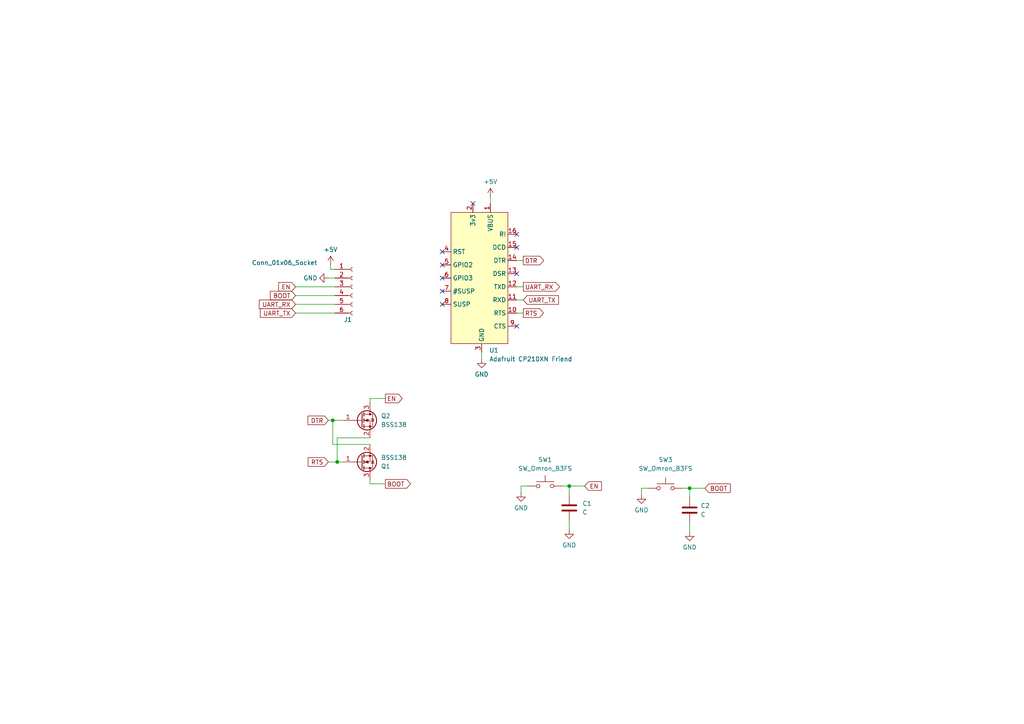
<source format=kicad_sch>
(kicad_sch (version 20230121) (generator eeschema)
  (paper "A4")
  (lib_symbols
    (symbol "Connector:Conn_01x06_Socket" (pin_names (offset 1.016) hide)
      (property "Reference" "J" (at 0 7.62 0))
      (property "Value" "Conn_01x06_Socket" (at 0 -10.16 0))
      (symbol "Conn_01x06_Socket_1_1"
        (arc (start 0 -7.112) (mid -0.5058 -7.62) (end 0 -8.128) (stroke (width 0.1524)))
        (arc (start 0 -4.572) (mid -0.5058 -5.08) (end 0 -5.588) (stroke (width 0.1524)))
        (arc (start 0 -2.032) (mid -0.5058 -2.54) (end 0 -3.048) (stroke (width 0.1524)))
        (polyline (pts (xy -1.27 -7.62) (xy -0.508 -7.62)) (stroke (width 0.1524)))
        (polyline (pts (xy -1.27 -5.08) (xy -0.508 -5.08)) (stroke (width 0.1524)))
        (polyline (pts (xy -1.27 -2.54) (xy -0.508 -2.54)) (stroke (width 0.1524)))
        (polyline (pts (xy -1.27 0) (xy -0.508 0)) (stroke (width 0.1524)))
        (polyline (pts (xy -1.27 2.54) (xy -0.508 2.54)) (stroke (width 0.1524)))
        (polyline (pts (xy -1.27 5.08) (xy -0.508 5.08)) (stroke (width 0.1524)))
        (arc (start 0 0.508) (mid -0.5058 0) (end 0 -0.508) (stroke (width 0.1524)))
        (arc (start 0 3.048) (mid -0.5058 2.54) (end 0 2.032) (stroke (width 0.1524)))
        (arc (start 0 5.588) (mid -0.5058 5.08) (end 0 4.572) (stroke (width 0.1524)))
        (pin passive line (at -5.08 5.08 0) (length 3.81) (name "Pin_1") (number "1"))
        (pin passive line (at -5.08 2.54 0) (length 3.81) (name "Pin_2") (number "2"))
        (pin passive line (at -5.08 0 0) (length 3.81) (name "Pin_3") (number "3"))
        (pin passive line (at -5.08 -2.54 0) (length 3.81) (name "Pin_4") (number "4"))
        (pin passive line (at -5.08 -5.08 0) (length 3.81) (name "Pin_5") (number "5"))
        (pin passive line (at -5.08 -7.62 0) (length 3.81) (name "Pin_6") (number "6"))
      )
    )
    (symbol "Device:C" (pin_numbers hide) (pin_names (offset 0.254))
      (property "Reference" "C" (at 0.635 2.54 0))
      (property "Value" "C" (at 0.635 -2.54 0))
      (symbol "C_0_1"
        (polyline (pts (xy -2.032 -0.762) (xy 2.032 -0.762)) (stroke (width 0.508)))
        (polyline (pts (xy -2.032 0.762) (xy 2.032 0.762)) (stroke (width 0.508)))
      )
      (symbol "C_1_1"
        (pin passive line (at 0 3.81 270) (length 2.794) (name "~") (number "1"))
        (pin passive line (at 0 -3.81 90) (length 2.794) (name "~") (number "2"))
      )
    )
    (symbol "Kevin_Lutzer_Lbr:Adafruit-CP201X-Friend"
      (property "Reference" "U" (at 0 0 0))
      (property "Value" "Adafruit CP210XN Friend" (at 0 0 0))
      (symbol "Adafruit-CP201X-Friend_1_1"
        (rectangle (start -8.89 19.05) (end 7.62 -19.05) (fill (type background)))
        (pin input line (at 2.54 21.59 270) (length 2.54) (name "VBUS") (number "1"))
        (pin input line (at 10.16 -10.16 180) (length 2.54) (name "RTS") (number "10"))
        (pin input line (at 10.16 -6.35 180) (length 2.54) (name "RXD") (number "11"))
        (pin input line (at 10.16 -2.54 180) (length 2.54) (name "TXD") (number "12"))
        (pin input line (at 10.16 1.27 180) (length 2.54) (name "DSR") (number "13"))
        (pin input line (at 10.16 5.08 180) (length 2.54) (name "DTR") (number "14"))
        (pin input line (at 10.16 8.89 180) (length 2.54) (name "DCD") (number "15"))
        (pin input line (at 10.16 12.7 180) (length 2.54) (name "RI") (number "16"))
        (pin input line (at -2.54 21.59 270) (length 2.54) (name "3v3") (number "2"))
        (pin input line (at 0 -21.59 90) (length 2.54) (name "GND") (number "3"))
        (pin input line (at -11.43 7.62 0) (length 2.54) (name "RST") (number "4"))
        (pin input line (at -11.43 3.81 0) (length 2.54) (name "GPIO2") (number "5"))
        (pin input line (at -11.43 0 0) (length 2.54) (name "GPIO3") (number "6"))
        (pin input line (at -11.43 -3.81 0) (length 2.54) (name "#SUSP") (number "7"))
        (pin input line (at -11.43 -7.62 0) (length 2.54) (name "SUSP") (number "8"))
        (pin input line (at 10.16 -13.97 180) (length 2.54) (name "CTS") (number "9"))
      )
    )
    (symbol "Switch:SW_Omron_B3FS" (pin_numbers hide) (pin_names (offset 1.016) hide)
      (property "Reference" "SW" (at 1.27 2.54 0))
      (property "Value" "SW_Omron_B3FS" (at 0 -1.524 0))
      (symbol "SW_Omron_B3FS_0_1"
        (circle (center -2.032 0) (radius 0.508))
        (polyline (pts (xy 0 1.27) (xy 0 3.048)))
        (polyline (pts (xy 2.54 1.27) (xy -2.54 1.27)))
        (circle (center 2.032 0) (radius 0.508))
        (pin passive line (at -5.08 0 0) (length 2.54) (name "1") (number "1"))
        (pin passive line (at 5.08 0 180) (length 2.54) (name "2") (number "2"))
      )
    )
    (symbol "Transistor_FET:BSS138" (pin_names hide)
      (property "Reference" "Q" (at 5.08 1.905 0))
      (property "Value" "BSS138" (at 5.08 0 0))
      (symbol "BSS138_0_1"
        (polyline (pts (xy 0.254 0) (xy -2.54 0)))
        (polyline (pts (xy 0.254 1.905) (xy 0.254 -1.905)) (stroke (width 0.254)))
        (polyline (pts (xy 0.762 -1.27) (xy 0.762 -2.286)) (stroke (width 0.254)))
        (polyline (pts (xy 0.762 0.508) (xy 0.762 -0.508)) (stroke (width 0.254)))
        (polyline (pts (xy 0.762 2.286) (xy 0.762 1.27)) (stroke (width 0.254)))
        (polyline (pts (xy 2.54 2.54) (xy 2.54 1.778)))
        (polyline (pts (xy 2.54 -2.54) (xy 2.54 0) (xy 0.762 0)))
        (polyline (pts (xy 0.762 -1.778) (xy 3.302 -1.778) (xy 3.302 1.778) (xy 0.762 1.778)))
        (polyline (pts (xy 1.016 0) (xy 2.032 0.381) (xy 2.032 -0.381) (xy 1.016 0)) (fill (type outline)))
        (polyline (pts (xy 2.794 0.508) (xy 2.921 0.381) (xy 3.683 0.381) (xy 3.81 0.254)))
        (polyline (pts (xy 3.302 0.381) (xy 2.921 -0.254) (xy 3.683 -0.254) (xy 3.302 0.381)))
        (circle (center 1.651 0) (radius 2.794) (stroke (width 0.254)))
        (circle (center 2.54 -1.778) (radius 0.254) (fill (type outline)))
        (circle (center 2.54 1.778) (radius 0.254) (fill (type outline)))
      )
      (symbol "BSS138_1_1"
        (pin input line (at -5.08 0 0) (length 2.54) (name "G") (number "1"))
        (pin passive line (at 2.54 -5.08 90) (length 2.54) (name "S") (number "2"))
        (pin passive line (at 2.54 5.08 270) (length 2.54) (name "D") (number "3"))
      )
    )
    (symbol "power:+5V" (power) (pin_names (offset 0))
      (property "Value" "+5V" (at 0 3.556 0))
      (symbol "+5V_0_1"
        (polyline (pts (xy -0.762 1.27) (xy 0 2.54)))
        (polyline (pts (xy 0 0) (xy 0 2.54)))
        (polyline (pts (xy 0 2.54) (xy 0.762 1.27)))
      )
      (symbol "+5V_1_1"
        (pin power_in line (at 0 0 90) (length 0) hide (name "+5V") (number "1"))
      )
    )
    (symbol "power:GND" (power) (pin_names (offset 0))
      (property "Value" "GND" (at 0 -3.81 0))
      (symbol "GND_0_1"
        (polyline (pts (xy 0 0) (xy 0 -1.27) (xy 1.27 -1.27) (xy 0 -2.54) (xy -1.27 -1.27) (xy 0 -1.27)))
      )
      (symbol "GND_1_1"
        (pin power_in line (at 0 0 270) (length 0) hide (name "GND") (number "1"))
      )
    )
  )
  (junction (at 97.79 133.985))
  (junction (at 200.025 141.605))
  (junction (at 96.52 121.92))
  (junction (at 165.1 140.97))
  (no_connect (at 128.27 88.265))
  (no_connect (at 149.86 67.945))
  (no_connect (at 137.16 59.055))
  (no_connect (at 149.86 79.375))
  (no_connect (at 128.27 76.835))
  (no_connect (at 128.27 73.025))
  (no_connect (at 149.86 94.615))
  (no_connect (at 149.86 71.755))
  (no_connect (at 128.27 84.455))
  (no_connect (at 128.27 80.645))
  (wire (pts (xy 97.79 127) (xy 97.79 133.985)))
  (wire (pts (xy 200.025 141.605) (xy 200.025 144.145)))
  (wire (pts (xy 95.25 121.92) (xy 96.52 121.92)))
  (wire (pts (xy 107.315 140.335) (xy 111.76 140.335)))
  (wire (pts (xy 85.725 85.725) (xy 97.155 85.725)))
  (wire (pts (xy 149.86 90.805) (xy 151.765 90.805)))
  (wire (pts (xy 151.13 140.97) (xy 151.13 142.875)))
  (wire (pts (xy 149.86 86.995) (xy 151.765 86.995)))
  (wire (pts (xy 85.725 88.265) (xy 97.155 88.265)))
  (wire (pts (xy 153.035 140.97) (xy 151.13 140.97)))
  (wire (pts (xy 107.315 115.57) (xy 111.76 115.57)))
  (wire (pts (xy 165.1 151.13) (xy 165.1 153.67)))
  (wire (pts (xy 149.86 83.185) (xy 151.765 83.185)))
  (wire (pts (xy 187.96 141.605) (xy 186.055 141.605)))
  (wire (pts (xy 200.025 141.605) (xy 204.47 141.605)))
  (wire (pts (xy 139.7 102.235) (xy 139.7 104.14)))
  (wire (pts (xy 107.315 116.84) (xy 107.315 115.57)))
  (wire (pts (xy 200.025 151.765) (xy 200.025 154.305)))
  (wire (pts (xy 107.315 127) (xy 97.79 127)))
  (wire (pts (xy 165.1 140.97) (xy 165.1 143.51)))
  (wire (pts (xy 95.25 133.985) (xy 97.79 133.985)))
  (wire (pts (xy 165.1 140.97) (xy 169.545 140.97)))
  (wire (pts (xy 96.52 128.905) (xy 96.52 121.92)))
  (wire (pts (xy 97.155 78.105) (xy 95.885 78.105)))
  (wire (pts (xy 96.52 121.92) (xy 99.695 121.92)))
  (wire (pts (xy 163.195 140.97) (xy 165.1 140.97)))
  (wire (pts (xy 186.055 141.605) (xy 186.055 143.51)))
  (wire (pts (xy 142.24 57.15) (xy 142.24 59.055)))
  (wire (pts (xy 95.885 76.835) (xy 95.885 78.105)))
  (wire (pts (xy 107.315 128.905) (xy 96.52 128.905)))
  (wire (pts (xy 198.12 141.605) (xy 200.025 141.605)))
  (wire (pts (xy 149.86 75.565) (xy 151.765 75.565)))
  (wire (pts (xy 107.315 139.065) (xy 107.315 140.335)))
  (wire (pts (xy 85.725 90.805) (xy 97.155 90.805)))
  (wire (pts (xy 97.79 133.985) (xy 99.695 133.985)))
  (wire (pts (xy 85.725 83.185) (xy 97.155 83.185)))
  (wire (pts (xy 95.25 80.645) (xy 97.155 80.645)))
  (global_label "BOOT" (shape input) (at 85.725 85.725 180) (property "Intersheetrefs" "${INTERSHEET_REFS}" (effects hide)))
  (global_label "UART_RX" (shape output) (at 151.765 83.185 0) (property "Intersheetrefs" "${INTERSHEET_REFS}" (effects hide)))
  (global_label "DTR" (shape input) (at 95.25 121.92 180) (property "Intersheetrefs" "${INTERSHEET_REFS}" (effects hide)))
  (global_label "DTR" (shape output) (at 151.765 75.565 0) (property "Intersheetrefs" "${INTERSHEET_REFS}" (effects hide)))
  (global_label "BOOT" (shape input) (at 204.47 141.605 0) (property "Intersheetrefs" "${INTERSHEET_REFS}" (effects hide)))
  (global_label "UART_RX" (shape input) (at 85.725 88.265 180) (property "Intersheetrefs" "${INTERSHEET_REFS}" (effects hide)))
  (global_label "EN" (shape input) (at 85.725 83.185 180) (property "Intersheetrefs" "${INTERSHEET_REFS}" (effects hide)))
  (global_label "UART_TX" (shape input) (at 151.765 86.995 0) (property "Intersheetrefs" "${INTERSHEET_REFS}" (effects hide)))
  (global_label "RTS" (shape input) (at 95.25 133.985 180) (property "Intersheetrefs" "${INTERSHEET_REFS}" (effects hide)))
  (global_label "UART_TX" (shape input) (at 85.725 90.805 180) (property "Intersheetrefs" "${INTERSHEET_REFS}" (effects hide)))
  (global_label "RTS" (shape output) (at 151.765 90.805 0) (property "Intersheetrefs" "${INTERSHEET_REFS}" (effects hide)))
  (global_label "EN" (shape output) (at 111.76 115.57 0) (property "Intersheetrefs" "${INTERSHEET_REFS}" (effects hide)))
  (global_label "EN" (shape input) (at 169.545 140.97 0) (property "Intersheetrefs" "${INTERSHEET_REFS}" (effects hide)))
  (global_label "BOOT" (shape output) (at 111.76 140.335 0) (property "Intersheetrefs" "${INTERSHEET_REFS}" (effects hide)))
  (symbol (lib_id "Connector:Conn_01x06_Socket") (at 102.235 83.185 0) (unit 1)
    (property "Reference" "J1" (at 99.695 92.71 0) (effects (justify left)))
    (property "Value" "Conn_01x06_Socket" (at 73.025 76.2 0) (effects (justify left)))
    (property "Footprint" "Connector_JST:JST_SH_SM06B-SRSS-TB_1x06-1MP_P1.00mm_Horizontal" (effects hide))
  )
  (symbol (lib_id "Switch:SW_Omron_B3FS") (at 193.04 141.605 0) (unit 1)
    (property "Reference" "SW3" (at 193.04 133.35 0))
    (property "Value" "SW_Omron_B3FS" (at 193.04 135.89 0))
    (property "Footprint" "Button_Switch_SMD:SW_SPST_Omron_B3FS-100xP" (effects hide))
    (property "Datasheet" "https://omronfs.omron.com/en_US/ecb/products/pdf/en-b3fs.pdf" (effects hide))
  )
  (symbol (lib_id "Device:C") (at 165.1 147.32 0) (unit 1)
    (property "Reference" "C1" (at 168.91 146.05 0) (effects (justify left)))
    (property "Value" "C" (at 168.91 148.59 0) (effects (justify left)))
    (property "Footprint" "Capacitor_SMD:C_0805_2012Metric_Pad1.18x1.45mm_HandSolder" (effects hide))
  )
  (symbol (lib_id "Transistor_FET:BSS138") (at 104.775 121.92 0) (unit 1)
    (property "Reference" "Q2" (at 110.49 120.65 0) (effects (justify left)))
    (property "Value" "BSS138" (at 110.49 123.19 0) (effects (justify left)))
    (property "Footprint" "Package_TO_SOT_SMD:SOT-23" (effects hide))
    (property "Datasheet" "https://www.onsemi.com/pub/Collateral/BSS138-D.PDF" (effects hide))
  )
  (symbol (lib_id "power:GND") (at 200.025 154.305 0) (unit 1)
    (property "Reference" "#PWR06" (effects hide))
    (property "Value" "GND" (at 200.025 158.75 0))
  )
  (symbol (lib_id "Transistor_FET:BSS138") (at 104.775 133.985 0) (mirror x) (unit 1)
    (property "Reference" "Q1" (at 110.49 135.255 0) (effects (justify left)))
    (property "Value" "BSS138" (at 110.49 132.715 0) (effects (justify left)))
    (property "Footprint" "Package_TO_SOT_SMD:SOT-23" (effects hide))
    (property "Datasheet" "https://www.onsemi.com/pub/Collateral/BSS138-D.PDF" (effects hide))
  )
  (symbol (lib_id "Kevin_Lutzer_Lbr:Adafruit-CP201X-Friend") (at 139.7 80.645 0) (unit 1)
    (property "Reference" "U1" (at 141.8941 101.6 0) (effects (justify left)))
    (property "Value" "Adafruit CP210XN Friend" (at 141.8941 104.14 0) (effects (justify left)))
    (property "Footprint" "Kevin_Lutzer_Lbr:Adafruit_CP210XN_Friend" (effects hide))
    (property "Datasheet" "https://learn.adafruit.com/adafruit-cp2102n-cp2104-friend-usb-to-serial-converter/downloads" (effects hide))
  )
  (symbol (lib_id "power:+5V") (at 95.885 76.835 0) (unit 1)
    (property "Reference" "#PWR05" (effects hide))
    (property "Value" "+5V" (at 95.885 72.39 0))
  )
  (symbol (lib_id "Switch:SW_Omron_B3FS") (at 158.115 140.97 0) (unit 1)
    (property "Reference" "SW1" (at 158.115 133.35 0))
    (property "Value" "SW_Omron_B3FS" (at 158.115 135.89 0))
    (property "Footprint" "Button_Switch_SMD:SW_SPST_Omron_B3FS-100xP" (effects hide))
    (property "Datasheet" "https://omronfs.omron.com/en_US/ecb/products/pdf/en-b3fs.pdf" (effects hide))
  )
  (symbol (lib_id "Device:C") (at 200.025 147.955 0) (unit 1)
    (property "Reference" "C2" (at 203.2 146.685 0) (effects (justify left)))
    (property "Value" "C" (at 203.2 149.225 0) (effects (justify left)))
    (property "Footprint" "Capacitor_SMD:C_0805_2012Metric_Pad1.18x1.45mm_HandSolder" (effects hide))
  )
  (symbol (lib_id "power:GND") (at 165.1 153.67 0) (unit 1)
    (property "Reference" "#PWR03" (effects hide))
    (property "Value" "GND" (at 165.1 158.115 0))
  )
  (symbol (lib_id "power:GND") (at 151.13 142.875 0) (unit 1)
    (property "Reference" "#PWR01" (effects hide))
    (property "Value" "GND" (at 151.13 147.32 0))
  )
  (symbol (lib_id "power:GND") (at 95.25 80.645 270) (unit 1)
    (property "Reference" "#PWR04" (effects hide))
    (property "Value" "GND" (at 92.075 80.645 90) (effects (justify right)))
  )
  (symbol (lib_id "power:GND") (at 139.7 104.14 0) (unit 1)
    (property "Reference" "#PWR08" (effects hide))
    (property "Value" "GND" (at 139.7 108.585 0))
  )
  (symbol (lib_id "power:+5V") (at 142.24 57.15 0) (unit 1)
    (property "Reference" "#PWR07" (effects hide))
    (property "Value" "+5V" (at 142.24 52.705 0))
  )
  (symbol (lib_id "power:GND") (at 186.055 143.51 0) (unit 1)
    (property "Reference" "#PWR02" (effects hide))
    (property "Value" "GND" (at 186.055 147.955 0))
  )
)
</source>
